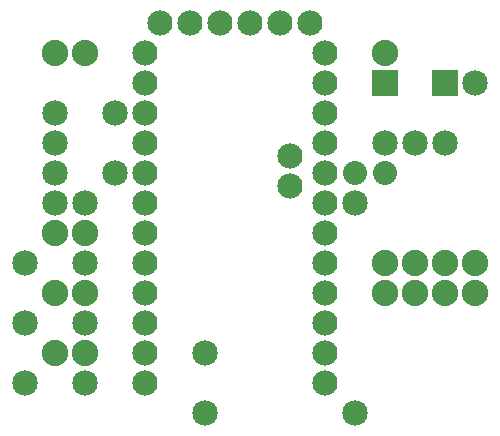
<source format=gbs>
G04 MADE WITH FRITZING*
G04 WWW.FRITZING.ORG*
G04 SINGLE SIDED*
G04 HOLES NOT PLATED*
G04 CONTOUR ON CENTER OF CONTOUR VECTOR*
%ASAXBY*%
%FSLAX23Y23*%
%MOIN*%
%OFA0B0*%
%SFA1.0B1.0*%
%ADD10C,0.085000*%
%ADD11C,0.088000*%
%ADD12C,0.084000*%
%ADD13C,0.080000*%
%ADD14R,0.088000X0.088000*%
%ADD15R,0.085000X0.085000*%
%LNMASK0*%
G90*
G70*
G54D10*
X159Y780D03*
X259Y780D03*
G54D11*
X259Y1280D03*
X159Y1280D03*
X259Y480D03*
X159Y480D03*
X259Y280D03*
X159Y280D03*
X259Y680D03*
X159Y680D03*
G54D10*
X59Y180D03*
X259Y180D03*
X59Y380D03*
X259Y380D03*
X59Y580D03*
X259Y580D03*
G54D11*
X1559Y580D03*
X1459Y580D03*
X1359Y580D03*
X1259Y580D03*
X1559Y580D03*
X1459Y580D03*
X1359Y580D03*
X1259Y580D03*
X1259Y480D03*
X1359Y480D03*
X1459Y480D03*
X1559Y480D03*
X1259Y1180D03*
X1259Y1280D03*
G54D12*
X1009Y1380D03*
X909Y1380D03*
X809Y1380D03*
X709Y1380D03*
X609Y1380D03*
X509Y1380D03*
X1059Y1280D03*
X1059Y1180D03*
X1059Y1080D03*
X1059Y980D03*
X1059Y880D03*
X944Y935D03*
X944Y835D03*
X1059Y780D03*
X1059Y680D03*
X1059Y580D03*
X1059Y480D03*
X1059Y380D03*
X1059Y280D03*
X1059Y180D03*
X459Y180D03*
X459Y280D03*
X459Y380D03*
X459Y480D03*
X459Y580D03*
X459Y680D03*
X459Y780D03*
X459Y880D03*
X459Y980D03*
X459Y1080D03*
X459Y1180D03*
X459Y1280D03*
G54D10*
X1159Y780D03*
X1159Y80D03*
X159Y1080D03*
X159Y980D03*
X159Y880D03*
X659Y80D03*
X659Y280D03*
X1259Y980D03*
X1359Y980D03*
X1459Y980D03*
G54D13*
X1159Y880D03*
X1259Y880D03*
G54D10*
X1459Y1180D03*
X1559Y1180D03*
X359Y1080D03*
X359Y880D03*
G54D14*
X1259Y1180D03*
G54D15*
X1459Y1180D03*
G04 End of Mask0*
M02*
</source>
